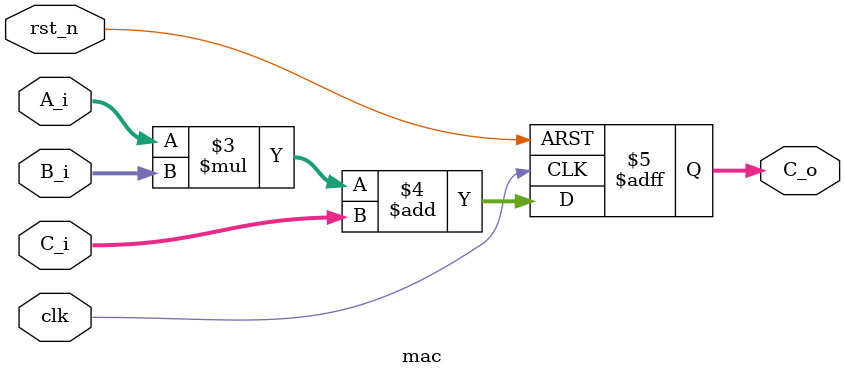
<source format=sv>
module mac #(
    parameter MUL_BW = 16,
    parameter ACC_BW = 32
)
(
    input logic clk,    // Clock
    input logic rst_n,  // Asynchronous reset active low
    input logic signed [MUL_BW-1 : 0] A_i,
    input logic signed [MUL_BW-1 : 0] B_i,
    input logic signed [ACC_BW-1 : 0] C_i,
    output logic signed [ACC_BW-1 : 0] C_o
);
    
    always_ff @(posedge clk or negedge rst_n) begin : mac_output
        if(~rst_n) begin
            C_o <= 0;
        end else begin
            C_o <= A_i * B_i + C_i;
        end
    end

endmodule
</source>
